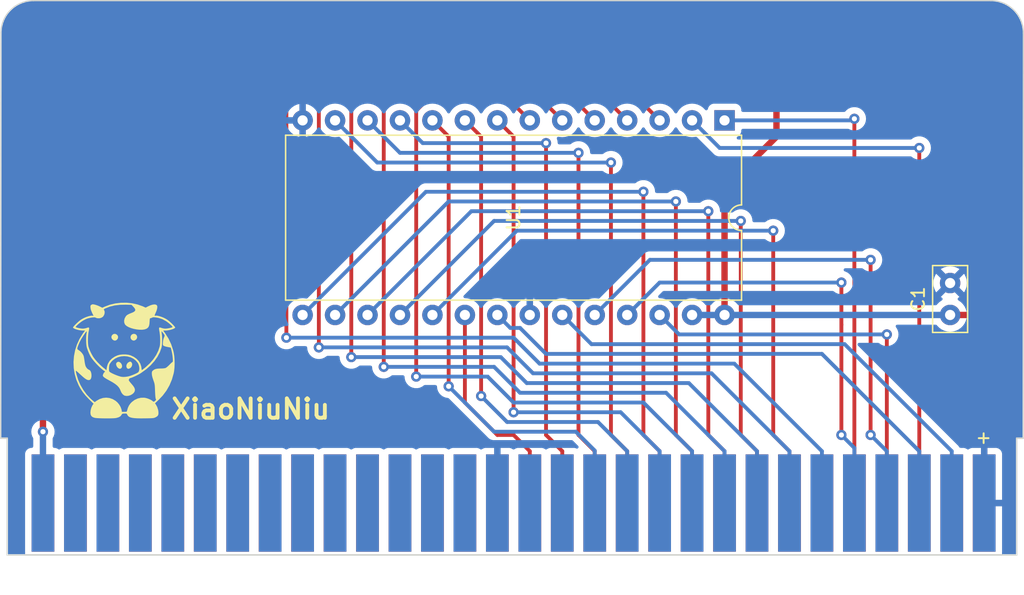
<source format=kicad_pcb>
(kicad_pcb (version 20221018) (generator pcbnew)
  (layers (0 "F.Cu" signal) (31 "B.Cu" signal) (34 "B.Paste" user) (35 "F.Paste" user) (36 "B.SilkS" user "B.Silkscreen") (37 "F.SilkS" user "F.Silkscreen") (38 "B.Mask" user) (39 "F.Mask" user) (44 "Edge.Cuts" user))
  (net 0 "")
  (net 1 "GND")
  (net 2 "+5V")
  (net 3 "/A13")
  (net 4 "/A8")
  (net 5 "/A9")
  (net 6 "/A11")
  (net 7 "/A10")
  (net 8 "/D7")
  (net 9 "/D6")
  (net 10 "/D5")
  (net 11 "/D4")
  (net 12 "/D3")
  (net 13 "/D2")
  (net 14 "/D1")
  (net 15 "/D0")
  (net 16 "/A0")
  (net 17 "/A1")
  (net 18 "/A2")
  (net 19 "/A3")
  (net 20 "/A4")
  (net 21 "/A5")
  (net 22 "/A6")
  (net 23 "/A7")
  (net 24 "/A12")
  (net 25 "/A14")
  (net 26 "/CLOCK")
  (net 27 "/A15")
  (net 28 "/RW")
  (net 29 "/IRQ3B")
  (net 30 "/PORT1CSB")
  (net 31 "/RESET")
  (net 32 "/RAMCSB")
  (net 33 "/DMAB")
  (net 35 "/NMIB")
  (footprint "Capacitor_THT:C_Disc_D5.0mm_W2.5mm_P2.50mm" (layer "F.Cu") (at 145.923 76.962 90)
    (fp_text reference "C1" (at 1.25 -2.5 90) (layer "F.SilkS"))
    (fp_text value "100nF")
    (fp_line (start -1.37 -1.37) (end -1.37 1.37) (stroke (width 0.12)) (layer "F.SilkS"))
    (fp_line (start -1.37 -1.37) (end 3.87 -1.37) (stroke (width 0.12)) (layer "F.SilkS"))
    (fp_line (start -1.37 1.37) (end 3.87 1.37) (stroke (width 0.12)) (layer "F.SilkS"))
    (fp_line (start 3.87 -1.37) (end 3.87 1.37) (stroke (width 0.12)) (layer "F.SilkS"))
    (pad "1" thru_hole circle (at 0 0 90) (size 1.6 1.6) (drill 0.8) (layers "*.Cu" "*.Mask") (net 2 "+5V"))
    (pad "2" thru_hole circle (at 2.5 0 90) (size 1.6 1.6) (drill 0.8) (layers "*.Cu" "*.Mask") (net 1 "GND"))
  )
  (footprint "Cow:VerySmallCow" (layer "F.Cu") (at 81.28 80.518)
    (fp_text reference "XiaoNiuNiu" (at 9.906 3.81) (layer "F.SilkS") (effects (font (size 1.524 1.524) (thickness 0.3))))
    (fp_text value "LOGO" hide)
    (fp_poly (pts (xy 0.860799 -2.06454) (xy 0.94554 -2.009357) (xy 1.002926 -1.926687) (xy 1.024956 -1.827545) (xy 1.003631 -1.722943) (xy 0.94195 -1.634423) (xy 0.835669 -1.562606) (xy 0.723038 -1.548697) (xy 0.612022 -1.59366) (xy 0.611036 -1.594348) (xy 0.533216 -1.681325) (xy 0.501606 -1.788839) (xy 0.515058 -1.899642) (xy 0.572425 -1.996486) (xy 0.641253 -2.048393) (xy 0.756703 -2.081223)) (fill solid) (layer "F.SilkS"))
    (fp_poly (pts (xy -0.651099 -2.063236) (xy -0.563352 -2.013403) (xy -0.498777 -1.936634) (xy -0.468786 -1.840151) (xy -0.484791 -1.731176) (xy -0.498695 -1.70013) (xy -0.578736 -1.597979) (xy -0.678891 -1.549409) (xy -0.788349 -1.55614) (xy -0.8963 -1.619892) (xy -0.911639 -1.634423) (xy -0.9836 -1.740747) (xy -0.996673 -1.852832) (xy -0.950324 -1.964026) (xy -0.939249 -1.978908) (xy -0.850459 -2.05321) (xy -0.750605 -2.078912)) (fill solid) (layer "F.SilkS"))
    (fp_poly (pts (xy -0.387859 0.117826) (xy -0.283719 0.181951) (xy -0.207068 0.276038) (xy -0.163313 0.385063) (xy -0.157858 0.494) (xy -0.196108 0.587825) (xy -0.212172 0.606205) (xy -0.292122 0.658239) (xy -0.37742 0.654366) (xy -0.475737 0.594122) (xy -0.480615 0.590058) (xy -0.558677 0.499444) (xy -0.610844 0.390506) (xy -0.628159 0.285396) (xy -0.621255 0.24215) (xy -0.569263 0.161428) (xy -0.487384 0.115103) (xy -0.39717 0.114656)) (fill solid) (layer "F.SilkS"))
    (fp_poly (pts (xy 0.506748 0.099096) (xy 0.561829 0.137845) (xy 0.575895 0.151551) (xy 0.625855 0.240497) (xy 0.632601 0.34987) (xy 0.600519 0.462558) (xy 0.533994 0.561448) (xy 0.455646 0.620847) (xy 0.361378 0.65965) (xy 0.29364 0.657328) (xy 0.233223 0.612536) (xy 0.226057 0.604802) (xy 0.178888 0.511536) (xy 0.177097 0.400448) (xy 0.215853 0.28768) (xy 0.290323 0.189377) (xy 0.366719 0.134847) (xy 0.44968 0.098733)) (fill solid) (layer "F.SilkS"))
    (fp_poly (pts (xy 0.640521 -4.469991) (xy 1.065821 -4.374767) (xy 1.46632 -4.230513) (xy 1.499899 -4.215538) (xy 1.685681 -4.1313) (xy 1.880967 -4.231898) (xy 2.073661 -4.317766) (xy 2.24576 -4.368126) (xy 2.390864 -4.382513) (xy 2.502572 -4.360463) (xy 2.574483 -4.301512) (xy 2.584615 -4.282916) (xy 2.600786 -4.188609) (xy 2.58625 -4.057241) (xy 2.543915 -3.902196) (xy 2.476689 -3.736861) (xy 2.457532 -3.697841) (xy 2.410841 -3.591207) (xy 2.394498 -3.518599) (xy 2.408713 -3.48615) (xy 2.450674 -3.498081) (xy 2.512031 -3.508174) (xy 2.61536 -3.496189) (xy 2.747628 -3.465524) (xy 2.895797 -3.419576) (xy 3.046834 -3.361743) (xy 3.145174 -3.317045) (xy 3.287158 -3.242592) (xy 3.409309 -3.165238) (xy 3.529583 -3.071952) (xy 3.665937 -2.949703) (xy 3.713491 -2.904642) (xy 3.821002 -2.79794) (xy 3.910217 -2.701926) (xy 3.972784 -2.626147) (xy 4.00035 -2.580151) (xy 4.000955 -2.57608) (xy 3.972801 -2.532061) (xy 3.896239 -2.485091) (xy 3.78312 -2.43884) (xy 3.645292 -2.396981) (xy 3.494605 -2.363185) (xy 3.342909 -2.341124) (xy 3.220818 -2.334339) (xy 3.062042 -2.333891) (xy 3.225779 -2.105688) (xy 3.483063 -1.695315) (xy 3.688207 -1.25412) (xy 3.841045 -0.782487) (xy 3.884779 -0.598133) (xy 3.926378 -0.337788) (xy 3.949765 -0.042295) (xy 3.954985 0.26834) (xy 3.94208 0.574109) (xy 3.911095 0.855005) (xy 3.881284 1.014754) (xy 3.742653 1.499902) (xy 3.553764 1.951433) (xy 3.313737 2.370894) (xy 3.021694 2.759835) (xy 2.695196 3.102539) (xy 2.419204 3.362347) (xy 2.482218 3.450842) (xy 2.590636 3.647133) (xy 2.662606 3.871512) (xy 2.686386 4.031265) (xy 2.688564 4.181386) (xy 2.66399 4.289136) (xy 2.604928 4.369708) (xy 2.503643 4.43829) (xy 2.470287 4.455608) (xy 2.41965 4.479803) (xy 2.371045 4.498366) (xy 2.315582 4.512185) (xy 2.244369 4.52215) (xy 2.148517 4.52915) (xy 2.019135 4.534074) (xy 1.847333 4.537812) (xy 1.62422 4.541253) (xy 1.612371 4.541422) (xy 1.291201 4.54326) (xy 1.024809 4.538033) (xy 0.807637 4.524568) (xy 0.63413 4.501691) (xy 0.49873 4.468229) (xy 0.395882 4.423007) (xy 0.32003 4.364853) (xy 0.265616 4.292593) (xy 0.245566 4.252745) (xy 0.218526 4.199335) (xy 0.186172 4.171469) (xy 0.130496 4.161858) (xy 0.033489 4.163209) (xy 0.025144 4.16351) (xy -0.075977 4.169436) (xy -0.135502 4.184041) (xy -0.172452 4.21652) (xy -0.205267 4.2749) (xy -0.283866 4.374984) (xy -0.410121 4.451309) (xy -0.588642 4.506465) (xy -0.634711 4.515887) (xy -0.733008 4.527718) (xy -0.877971 4.536343) (xy -1.057772 4.541866) (xy -1.260586 4.544388) (xy -1.474586 4.544014) (xy -1.687946 4.540847) (xy -1.88884 4.53499) (xy -2.065442 4.526546) (xy -2.205926 4.515619) (xy -2.298465 4.502312) (xy -2.302736 4.501319) (xy -2.457804 4.445923) (xy -2.561407 4.363333) (xy -2.619239 4.246556) (xy -2.636993 4.09065) (xy -2.618351 3.905338) (xy -2.567732 3.71489) (xy -2.493097 3.545843) (xy -2.455815 3.48664) (xy -2.390842 3.395394) (xy -2.751298 3.038926) (xy -3.011438 2.764524) (xy -3.22711 2.496993) (xy -3.41005 2.220491) (xy -3.554357 1.955012) (xy -3.738921 1.517467) (xy -3.867477 1.063828) (xy -3.901714 0.846474) (xy -3.777637 0.846474) (xy -3.770639 0.897543) (xy -3.751399 0.987469) (xy -3.723465 1.106324) (xy -3.596652 1.519024) (xy -3.417689 1.924224) (xy -3.193296 2.311026) (xy -2.930193 2.668531) (xy -2.635101 2.985842) (xy -2.478379 3.125419) (xy -2.301956 3.27224) (xy -2.151013 3.163799) (xy -1.911008 3.026225) (xy -1.657838 2.944874) (xy -1.399064 2.919141) (xy -1.142247 2.948425) (xy -0.894949 3.03212) (xy -0.66473 3.169623) (xy -0.521428 3.293918) (xy -0.384066 3.458847) (xy -0.275363 3.644615) (xy -0.205762 3.831751) (xy -0.189867 3.912069) (xy -0.17388 4.031265) (xy 0.018569 4.031265) (xy 0.12344 4.029727) (xy 0.182971 4.021091) (xy 0.212432 3.999321) (xy 0.227093 3.958381) (xy 0.229472 3.947911) (xy 0.295195 3.717228) (xy 0.385169 3.527306) (xy 0.509382 3.359987) (xy 0.608168 3.25945) (xy 0.817949 3.101541) (xy 1.054248 2.990544) (xy 1.305349 2.930044) (xy 1.559539 2.923623) (xy 1.661169 2.937314) (xy 1.794713 2.971118) (xy 1.937127 3.021935) (xy 2.07106 3.082045) (xy 2.179161 3.14373) (xy 2.240907 3.195259) (xy 2.289858 3.235277) (xy 2.344128 3.231048) (xy 2.417833 3.180491) (xy 2.433662 3.166832) (xy 2.487493 3.112929) (xy 2.499631 3.07165) (xy 2.479609 3.023816) (xy 2.462297 2.961798) (xy 2.446905 2.842239) (xy 2.43372 2.668197) (xy 2.423032 2.442731) (xy 2.421835 2.409665) (xy 2.414571 2.213562) (xy 2.407098 2.064751) (xy 2.397344 1.949933) (xy 2.383238 1.85581) (xy 2.362707 1.769082) (xy 2.333681 1.67645) (xy 2.294087 1.564614) (xy 2.287277 1.545823) (xy 2.220761 1.344782) (xy 2.182478 1.183351) (xy 2.169503 1.050859) (xy 2.171345 0.946865) (xy 2.185773 0.880443) (xy 2.221008 0.828705) (xy 2.264077 0.787515) (xy 2.35554 0.721126) (xy 2.463581 0.676115) (xy 2.600754 0.649371) (xy 2.779618 0.637783) (xy 2.872871 0.636684) (xy 3.037209 0.631227) (xy 3.169426 0.61614) (xy 3.251749 0.594504) (xy 3.31534 0.554289) (xy 3.404674 0.481425) (xy 3.505015 0.388387) (xy 3.555992 0.336867) (xy 3.647151 0.245041) (xy 3.724951 0.172673) (xy 3.778767 0.129335) (xy 3.795383 0.121241) (xy 3.811423 0.093306) (xy 3.817274 0.016942) (xy 3.813867 -0.096686) (xy 3.802138 -0.236416) (xy 3.783018 -0.391085) (xy 3.757442 -0.54953) (xy 3.726848 -0.698419) (xy 3.697431 -0.821949) (xy 3.672533 -0.921112) (xy 3.655575 -0.98256) (xy 3.65062 -0.99579) (xy 3.618351 -1.005679) (xy 3.541471 -1.022218) (xy 3.435182 -1.042197) (xy 3.409835 -1.046653) (xy 3.286768 -1.072824) (xy 3.178106 -1.104342) (xy 3.105582 -1.134806) (xy 3.101097 -1.137586) (xy 3.062043 -1.166819) (xy 3.040066 -1.200985) (xy 3.031662 -1.255633) (xy 3.03333 -1.346312) (xy 3.037447 -1.420137) (xy 3.061436 -1.613925) (xy 3.108887 -1.762794) (xy 3.119051 -1.783667) (xy 3.155313 -1.870803) (xy 3.170387 -1.942303) (xy 3.167902 -1.964694) (xy 3.139823 -2.016145) (xy 3.090966 -2.088838) (xy 3.033734 -2.166242) (xy 2.980533 -2.231825) (xy 2.943768 -2.269057) (xy 2.937045 -2.272333) (xy 2.931328 -2.245973) (xy 2.935979 -2.177157) (xy 2.944754 -2.114141) (xy 2.964609 -1.944062) (xy 2.975342 -1.746114) (xy 2.977211 -1.537366) (xy 2.970473 -1.334888) (xy 2.955387 -1.155747) (xy 2.932211 -1.017012) (xy 2.927916 -1.000239) (xy 2.797639 -0.63526) (xy 2.610335 -0.279726) (xy 2.369358 0.062337) (xy 2.078059 0.386901) (xy 1.73979 0.689936) (xy 1.357903 0.967415) (xy 1.216022 1.056861) (xy 1.097494 1.123905) (xy 0.959499 1.19433) (xy 0.815367 1.262212) (xy 0.678431 1.321627) (xy 0.562022 1.36665) (xy 0.479472 1.391359) (xy 0.456698 1.394272) (xy 0.418931 1.419566) (xy 0.38309 1.478236) (xy 0.364177 1.544465) (xy 0.363723 1.554288) (xy 0.382893 1.594008) (xy 0.434481 1.666239) (xy 0.509604 1.759116) (xy 0.563775 1.821496) (xy 0.692211 1.974072) (xy 0.77868 2.098964) (xy 0.828759 2.206095) (xy 0.848028 2.305391) (xy 0.848688 2.328434) (xy 0.820427 2.449155) (xy 0.743571 2.560023) (xy 0.630011 2.655229) (xy 0.491638 2.728961) (xy 0.340343 2.775409) (xy 0.188017 2.788764) (xy 0.04655 2.763213) (xy 0.000062 2.74311) (xy -0.105372 2.661705) (xy -0.199659 2.540649) (xy -0.266845 2.400722) (xy -0.269859 2.391578) (xy -0.333221 2.239178) (xy -0.424658 2.099464) (xy -0.550372 1.966772) (xy -0.716566 1.835436) (xy -0.92944 1.699794) (xy -1.175612 1.564363) (xy -1.378718 1.452641) (xy -1.526322 1.357999) (xy -1.620585 1.278801) (xy -1.663665 1.213413) (xy -1.667064 1.192148) (xy -1.650601 1.113179) (xy -1.610249 1.021385) (xy -1.559569 0.943644) (xy -1.525931 0.912403) (xy -1.487169 0.883907) (xy -1.50098 0.861118) (xy -1.523706 0.846837) (xy -1.662638 0.749447) (xy -1.824872 0.612843) (xy -1.999653 0.447961) (xy -2.176224 0.265732) (xy -2.343828 0.077093) (xy -2.491707 -0.107022) (xy -2.571804 -0.218571) (xy -2.656771 -0.362922) (xy -2.745068 -0.544764) (xy -2.827421 -0.742293) (xy -2.894553 -0.933705) (xy -2.928826 -1.057925) (xy -2.950225 -1.191943) (xy -2.964519 -1.366993) (xy -2.971447 -1.563875) (xy -2.970747 -1.763388) (xy -2.962159 -1.946331) (xy -2.94542 -2.093504) (xy -2.943094 -2.106558) (xy -2.927626 -2.197426) (xy -2.923884 -2.252804) (xy -2.935471 -2.270087) (xy -2.965994 -2.24667) (xy -3.019058 -2.179948) (xy -3.098268 -2.067317) (xy -3.194784 -1.924702) (xy -3.353865 -1.672188) (xy -3.480111 -1.433327) (xy -3.586915 -1.182557) (xy -3.595572 -1.15975) (xy -3.641461 -1.029664) (xy -3.661126 -0.941696) (xy -3.653199 -0.882668) (xy -3.616312 -0.839406) (xy -3.558582 -0.803794) (xy -3.439635 -0.719808) (xy -3.324589 -0.604753) (xy -3.228761 -0.476912) (xy -3.167473 -0.354569) (xy -3.159453 -0.327438) (xy -3.140647 -0.235789) (xy -3.118888 -0.107599) (xy -3.098115 0.033446) (xy -3.092902 0.072864) (xy -3.071785 0.209534) (xy -3.045997 0.336422) (xy -3.020156 0.431706) (xy -3.01272 0.451742) (xy -2.94392 0.573595) (xy -2.854427 0.673167) (xy -2.759771 0.734105) (xy -2.737796 0.741218) (xy -2.663866 0.788463) (xy -2.607527 0.879228) (xy -2.569769 0.999097) (xy -2.551584 1.133656) (xy -2.553961 1.268488) (xy -2.577892 1.38918) (xy -2.624364 1.481317) (xy -2.683816 1.526995) (xy -2.764525 1.54483) (xy -2.851231 1.534631) (xy -2.950398 1.492788) (xy -3.068491 1.415688) (xy -3.211974 1.29972) (xy -3.387313 1.141273) (xy -3.406534 1.123249) (xy -3.522995 1.015546) (xy -3.625052 0.924544) (xy -3.70415 0.857615) (xy -3.751732 0.822131) (xy -3.760355 0.818377) (xy -3.773755 0.823629) (xy -3.777637 0.846474) (xy -3.901714 0.846474) (xy -3.940565 0.599841) (xy -3.958726 0.131253) (xy -3.922502 -0.336189) (xy -3.832432 -0.796738) (xy -3.689058 -1.244648) (xy -3.492922 -1.674172) (xy -3.244562 -2.079564) (xy -3.164265 -2.189917) (xy -3.055528 -2.333891) (xy -3.217561 -2.334339) (xy -3.361752 -2.343352) (xy -3.514821 -2.367214) (xy -3.664969 -2.402283) (xy -3.800396 -2.444918) (xy -3.909304 -2.491478) (xy -3.979893 -2.538322) (xy -4.000954 -2.57608) (xy -3.980697 -2.614859) (xy -3.788783 -2.614859) (xy -3.761119 -2.590686) (xy -3.687981 -2.563191) (xy -3.584147 -2.535716) (xy -3.464397 -2.511599) (xy -3.343509 -2.494182) (xy -3.236262 -2.486805) (xy -3.222059 -2.486772) (xy -3.1027 -2.497491) (xy -2.983991 -2.522571) (xy -2.95525 -2.531781) (xy -2.85014 -2.566782) (xy -2.780962 -2.577448) (xy -2.743431 -2.556844) (xy -2.733263 -2.498033) (xy -2.746172 -2.394079) (xy -2.776814 -2.24296) (xy -2.802168 -2.084319) (xy -2.819416 -1.892808) (xy -2.828326 -1.68554) (xy -2.828663 -1.479627) (xy -2.820193 -1.29218) (xy -2.802684 -1.140312) (xy -2.792557 -1.09117) (xy -2.739663 -0.924922) (xy -2.659704 -0.730737) (xy -2.562233 -0.528986) (xy -2.456806 -0.340042) (xy -2.394596 -0.242608) (xy -2.256348 -0.059827) (xy -2.082 0.138839) (xy -1.886923 0.337247) (xy -1.686484 0.519253) (xy -1.606444 0.585289) (xy -1.379117 0.766747) (xy -1.365025 0.655245) (xy -1.182214 0.655245) (xy -1.178867 0.774027) (xy -1.164838 0.858066) (xy -1.163088 0.862964) (xy -1.122852 0.905784) (xy -1.036151 0.961888) (xy -0.914295 1.026202) (xy -0.768593 1.093655) (xy -0.610354 1.159171) (xy -0.450887 1.217679) (xy -0.301502 1.264104) (xy -0.227327 1.282741) (xy -0.074762 1.298944) (xy 0.110649 1.290823) (xy 0.306851 1.259754) (xy 0.366452 1.245669) (xy 0.501018 1.205015) (xy 0.654467 1.149188) (xy 0.809934 1.085335) (xy 0.950551 1.0206) (xy 1.059453 0.962132) (xy 1.100413 0.934701) (xy 1.156272 0.856684) (xy 1.185837 0.739316) (xy 1.189729 0.597562) (xy 1.168566 0.446389) (xy 1.122969 0.300763) (xy 1.069948 0.199281) (xy 0.912798 0.011086) (xy 0.718996 -0.136581) (xy 0.497524 -0.243093) (xy 0.257367 -0.307821) (xy 0.00751 -0.330138) (xy -0.243065 -0.309418) (xy -0.485371 -0.245032) (xy -0.710427 -0.136353) (xy -0.909246 0.017247) (xy -0.94961 0.058237) (xy -1.031265 0.153967) (xy -1.100353 0.249824) (xy -1.138449 0.317925) (xy -1.160977 0.404446) (xy -1.175908 0.524469) (xy -1.182214 0.655245) (xy -1.365025 0.655245) (xy -1.357049 0.592145) (xy -1.329759 0.457999) (xy -1.285609 0.316161) (xy -1.261257 0.256505) (xy -1.127964 0.034933) (xy -0.94685 -0.151002) (xy -0.716852 -0.302211) (xy -0.497697 -0.398513) (xy -0.319633 -0.443247) (xy -0.107943 -0.465441) (xy 0.114724 -0.465095) (xy 0.325718 -0.442209) (xy 0.497697 -0.398513) (xy 0.757392 -0.2785) (xy 0.976093 -0.124794) (xy 1.149617 0.05786) (xy 1.273786 0.264719) (xy 1.344417 0.491038) (xy 1.355827 0.575195) (xy 1.367719 0.671252) (xy 1.381988 0.737384) (xy 1.393501 0.757756) (xy 1.423599 0.7394) (xy 1.490226 0.689351) (xy 1.58369 0.615144) (xy 1.694298 0.52431) (xy 1.700121 0.519453) (xy 2.019453 0.222667) (xy 2.291427 -0.093618) (xy 2.51274 -0.424454) (xy 2.680087 -0.764892) (xy 2.790165 -1.109984) (xy 2.791271 -1.11477) (xy 2.809315 -1.238959) (xy 2.819035 -1.406483) (xy 2.820692 -1.600665) (xy 2.814552 -1.804831) (xy 2.800878 -2.002305) (xy 2.779935 -2.176412) (xy 2.773895 -2.21265) (xy 2.746203 -2.375206) (xy 2.733919 -2.485347) (xy 2.741095 -2.550205) (xy 2.771785 -2.576913) (xy 2.830042 -2.572602) (xy 2.919919 -2.544407) (xy 2.955251 -2.531781) (xy 3.064748 -2.503894) (xy 3.188751 -2.488029) (xy 3.22206 -2.486772) (xy 3.325933 -2.492328) (xy 3.445698 -2.508432) (xy 3.566576 -2.531744) (xy 3.673787 -2.558924) (xy 3.752552 -2.586631) (xy 3.788093 -2.611526) (xy 3.788783 -2.614859) (xy 3.7659 -2.657183) (xy 3.704165 -2.7256) (xy 3.613953 -2.810822) (xy 3.505637 -2.903561) (xy 3.389591 -2.994529) (xy 3.276189 -3.074439) (xy 3.273509 -3.076194) (xy 2.99458 -3.227227) (xy 2.698805 -3.324093) (xy 2.485442 -3.361018) (xy 2.355667 -3.373299) (xy 2.269407 -3.372151) (xy 2.210885 -3.356768) (xy 2.190983 -3.345995) (xy 2.116807 -3.313105) (xy 2.06578 -3.303819) (xy 2.038186 -3.298085) (xy 2.019947 -3.273405) (xy 2.008258 -3.218559) (xy 2.000316 -3.122328) (xy 1.995389 -3.02214) (xy 1.979431 -2.834443) (xy 1.946918 -2.694896) (xy 1.8926 -2.592094) (xy 1.81123 -2.514629) (xy 1.74284 -2.473243) (xy 1.596854 -2.422633) (xy 1.414145 -2.398967) (xy 1.206417 -2.39985) (xy 0.985373 -2.422889) (xy 0.762716 -2.46569) (xy 0.550149 -2.52586) (xy 0.359375 -2.601006) (xy 0.202097 -2.688732) (xy 0.090018 -2.786646) (xy 0.068198 -2.81576) (xy 0.01017 -2.955414) (xy 0.001158 -3.11366) (xy 0.038732 -3.27703) (xy 0.120459 -3.432056) (xy 0.195635 -3.521498) (xy 0.263516 -3.571076) (xy 0.368144 -3.627412) (xy 0.488371 -3.679283) (xy 0.503787 -3.68502) (xy 0.680577 -3.756698) (xy 0.799837 -3.82483) (xy 0.863986 -3.894854) (xy 0.875445 -3.972208) (xy 0.836634 -4.062329) (xy 0.749974 -4.170657) (xy 0.729597 -4.192387) (xy 0.580197 -4.349002) (xy 0.123173 -4.360149) (xy -0.331296 -4.351374) (xy -0.743844 -4.301419) (xy -1.117565 -4.209704) (xy -1.455557 -4.075647) (xy -1.493729 -4.056755) (xy -1.564071 -4.018164) (xy -1.588444 -3.989013) (xy -1.575778 -3.953032) (xy -1.561927 -3.93249) (xy -1.521446 -3.826231) (xy -1.522087 -3.697551) (xy -1.560072 -3.56476) (xy -1.631625 -3.446169) (xy -1.670736 -3.405038) (xy -1.789189 -3.333137) (xy -1.935637 -3.295758) (xy -2.084555 -3.29895) (xy -2.102691 -3.302643) (xy -2.184732 -3.326314) (xy -2.240548 -3.351329) (xy -2.247186 -3.356542) (xy -2.294138 -3.369266) (xy -2.384898 -3.368547) (xy -2.504655 -3.356379) (xy -2.638596 -3.334755) (xy -2.771906 -3.30567) (xy -2.889773 -3.271116) (xy -2.89463 -3.26941) (xy -3.015973 -3.218007) (xy -3.154925 -3.146817) (xy -3.273508 -3.076194) (xy -3.386714 -2.996675) (xy -3.50282 -2.905868) (xy -3.611451 -2.813061) (xy -3.702236 -2.727542) (xy -3.764799 -2.658598) (xy -3.788768 -2.615517) (xy -3.788783 -2.614859) (xy -3.980697 -2.614859) (xy -3.979979 -2.616233) (xy -3.922621 -2.687748) (xy -3.837234 -2.781077) (xy -3.732171 -2.886671) (xy -3.713491 -2.904642) (xy -3.568654 -3.038322) (xy -3.445377 -3.139064) (xy -3.325703 -3.219898) (xy -3.191674 -3.293855) (xy -3.145174 -3.317045) (xy -2.976629 -3.390774) (xy -2.808436 -3.448749) (xy -2.653694 -3.4877) (xy -2.5255 -3.504356) (xy -2.436953 -3.495444) (xy -2.434495 -3.494538) (xy -2.400193 -3.491447) (xy -2.399313 -3.503583) (xy -2.418123 -3.542492) (xy -2.456026 -3.62042) (xy -2.505505 -3.721918) (xy -2.515687 -3.742784) (xy -2.602 -3.9642) (xy -2.63142 -4.126293) (xy -2.636126 -4.226041) (xy -2.627861 -4.285256) (xy -2.600523 -4.323634) (xy -2.561443 -4.352162) (xy -2.506127 -4.381998) (xy -2.448976 -4.391506) (xy -2.367554 -4.382326) (xy -2.307954 -4.370664) (xy -2.192604 -4.338359) (xy -2.05402 -4.287644) (xy -1.92202 -4.229443) (xy -1.920877 -4.228881) (xy -1.704881 -4.122594) (xy -1.509499 -4.211185) (xy -1.109548 -4.360889) (xy -0.684614 -4.461635) (xy -0.244654 -4.513411) (xy 0.200377 -4.516201)) (fill solid) (layer "F.SilkS"))
  )
  (footprint "Connector_NES:NES_PCBEdge" (layer "F.Cu") (at 110.49 91.694)
    (fp_text reference "J2")
    (fp_text value "PORT1" hide)
    (fp_line (start -38.862 -5.08) (end -38.354 -5.08) (stroke (width 0.12)) (layer "Edge.Cuts"))
    (fp_line (start -38.354 -5.08) (end -38.354 4.064) (stroke (width 0.12)) (layer "Edge.Cuts"))
    (fp_line (start 40.64 -5.08) (end 41.148 -5.08) (stroke (width 0.12)) (layer "Edge.Cuts"))
    (fp_line (start 40.64 4.064) (end -38.354 4.064) (stroke (width 0.12)) (layer "Edge.Cuts"))
    (fp_line (start 40.64 4.064) (end 40.64 -5.08) (stroke (width 0.12)) (layer "Edge.Cuts"))
    (pad "1" connect rect (at 38.1 0) (size 1.78 7.62) (layers "B.Cu" "B.Mask") (net 1 "GND"))
    (pad "2" connect rect (at 38.1 0) (size 1.78 7.62) (layers "F.Cu" "F.Mask") (net 2 "+5V"))
    (pad "3" connect rect (at 35.56 0) (size 1.78 7.62) (layers "B.Cu" "B.Mask") (net 6 "/A11"))
    (pad "4" connect rect (at 35.56 0) (size 1.78 7.62) (layers "F.Cu" "F.Mask") (net 26 "/CLOCK"))
    (pad "5" connect rect (at 33.02 0) (size 1.78 7.62) (layers "B.Cu" "B.Mask") (net 7 "/A10"))
    (pad "6" connect rect (at 33.02 0) (size 1.78 7.62) (layers "F.Cu" "F.Mask") (net 24 "/A12"))
    (pad "7" connect rect (at 30.48 0) (size 1.78 7.62) (layers "B.Cu" "B.Mask") (net 5 "/A9"))
    (pad "8" connect rect (at 30.48 0) (size 1.78 7.62) (layers "F.Cu" "F.Mask") (net 3 "/A13"))
    (pad "9" connect rect (at 27.94 0) (size 1.78 7.62) (layers "B.Cu" "B.Mask") (net 4 "/A8"))
    (pad "10" connect rect (at 27.94 0) (size 1.78 7.62) (layers "F.Cu" "F.Mask") (net 25 "/A14"))
    (pad "11" connect rect (at 25.4 0) (size 1.78 7.62) (layers "B.Cu" "B.Mask") (net 23 "/A7"))
    (pad "12" connect rect (at 25.4 0) (size 1.78 7.62) (layers "F.Cu" "F.Mask") (net 27 "/A15"))
    (pad "13" connect rect (at 22.86 0) (size 1.78 7.62) (layers "B.Cu" "B.Mask") (net 22 "/A6"))
    (pad "14" connect rect (at 22.86 0) (size 1.78 7.62) (layers "F.Cu" "F.Mask") (net 8 "/D7"))
    (pad "15" connect rect (at 20.32 0) (size 1.78 7.62) (layers "B.Cu" "B.Mask") (net 21 "/A5"))
    (pad "16" connect rect (at 20.32 0) (size 1.78 7.62) (layers "F.Cu" "F.Mask") (net 9 "/D6"))
    (pad "17" connect rect (at 17.78 0) (size 1.78 7.62) (layers "B.Cu" "B.Mask") (net 20 "/A4"))
    (pad "18" connect rect (at 17.78 0) (size 1.78 7.62) (layers "F.Cu" "F.Mask") (net 10 "/D5"))
    (pad "19" connect rect (at 15.24 0) (size 1.78 7.62) (layers "B.Cu" "B.Mask") (net 19 "/A3"))
    (pad "20" connect rect (at 15.24 0) (size 1.78 7.62) (layers "F.Cu" "F.Mask") (net 11 "/D4"))
    (pad "21" connect rect (at 12.7 0) (size 1.78 7.62) (layers "B.Cu" "B.Mask") (net 18 "/A2"))
    (pad "22" connect rect (at 12.7 0) (size 1.78 7.62) (layers "F.Cu" "F.Mask") (net 12 "/D3"))
    (pad "23" connect rect (at 10.16 0) (size 1.78 7.62) (layers "B.Cu" "B.Mask") (net 17 "/A1"))
    (pad "24" connect rect (at 10.16 0) (size 1.78 7.62) (layers "F.Cu" "F.Mask") (net 13 "/D2"))
    (pad "25" connect rect (at 7.62 0) (size 1.78 7.62) (layers "B.Cu" "B.Mask") (net 16 "/A0"))
    (pad "26" connect rect (at 7.62 0) (size 1.78 7.62) (layers "F.Cu" "F.Mask") (net 14 "/D1"))
    (pad "27" connect rect (at 5.08 0) (size 1.78 7.62) (layers "B.Cu" "B.Mask") (net 28 "/RW"))
    (pad "28" connect rect (at 5.08 0) (size 1.78 7.62) (layers "F.Cu" "F.Mask") (net 15 "/D0"))
    (pad "29" connect rect (at 2.54 0) (size 1.78 7.62) (layers "B.Cu" "B.Mask") (net 29 "/IRQ3B"))
    (pad "30" connect rect (at 2.54 0) (size 1.78 7.62) (layers "F.Cu" "F.Mask") (net 30 "/PORT1CSB"))
    (pad "31" connect rect (at 0 0) (size 1.78 7.62) (layers "B.Cu" "B.Mask") (net 1 "GND"))
    (pad "32" connect rect (at 0 0) (size 1.78 7.62) (layers "F.Cu" "F.Mask") (net 31 "/RESET"))
    (pad "33" connect rect (at -2.54 0) (size 1.78 7.62) (layers "B.Cu" "B.Mask") (net 32 "/RAMCSB"))
    (pad "34" connect rect (at -2.54 0) (size 1.78 7.62) (layers "F.Cu" "F.Mask") (net 33 "/DMAB"))
    (pad "35" connect rect (at -5.08 0) (size 1.78 7.62) (layers "B.Cu" "B.Mask"))
    (pad "36" connect rect (at -5.08 0) (size 1.78 7.62) (layers "F.Cu" "F.Mask") (net 35 "/NMIB"))
    (pad "37" connect rect (at -7.62 0) (size 1.78 7.62) (layers "B.Cu" "B.Mask"))
    (pad "38" connect rect (at -7.62 0) (size 1.78 7.62) (layers "F.Cu" "F.Mask"))
    (pad "39" connect rect (at -10.16 0) (size 1.78 7.62) (layers "B.Cu" "B.Mask"))
    (pad "40" connect rect (at -10.16 0) (size 1.78 7.62) (layers "F.Cu" "F.Mask"))
    (pad "41" connect rect (at -12.7 0) (size 1.78 7.62) (layers "B.Cu" "B.Mask"))
    (pad "42" connect rect (at -12.7 0) (size 1.78 7.62) (layers "F.Cu" "F.Mask"))
    (pad "43" connect rect (at -15.24 0) (size 1.78 7.62) (layers "B.Cu" "B.Mask"))
    (pad "44" connect rect (at -15.24 0) (size 1.78 7.62) (layers "F.Cu" "F.Mask"))
    (pad "45" connect rect (at -17.78 0) (size 1.78 7.62) (layers "B.Cu" "B.Mask"))
    (pad "46" connect rect (at -17.78 0) (size 1.78 7.62) (layers "F.Cu" "F.Mask"))
    (pad "47" connect rect (at -20.32 0) (size 1.78 7.62) (layers "B.Cu" "B.Mask"))
    (pad "48" connect rect (at -20.32 0) (size 1.78 7.62) (layers "F.Cu" "F.Mask"))
    (pad "49" connect rect (at -22.86 0) (size 1.78 7.62) (layers "B.Cu" "B.Mask"))
    (pad "50" connect rect (at -22.86 0) (size 1.78 7.62) (layers "F.Cu" "F.Mask"))
    (pad "51" connect rect (at -25.4 0) (size 1.78 7.62) (layers "B.Cu" "B.Mask"))
    (pad "52" connect rect (at -25.4 0) (size 1.78 7.62) (layers "F.Cu" "F.Mask"))
    (pad "53" connect rect (at -27.94 0) (size 1.78 7.62) (layers "B.Cu" "B.Mask"))
    (pad "54" connect rect (at -27.94 0) (size 1.78 7.62) (layers "F.Cu" "F.Mask"))
    (pad "55" connect rect (at -30.48 0) (size 1.78 7.62) (layers "B.Cu" "B.Mask"))
    (pad "56" connect rect (at -30.48 0) (size 1.78 7.62) (layers "F.Cu" "F.Mask"))
    (pad "57" connect rect (at -33.02 0) (size 1.78 7.62) (layers "B.Cu" "B.Mask"))
    (pad "58" connect rect (at -33.02 0) (size 1.78 7.62) (layers "F.Cu" "F.Mask"))
    (pad "59" connect rect (at -35.56 0) (size 1.78 7.62) (layers "B.Cu" "B.Mask") (net 2 "+5V"))
    (pad "60" connect rect (at -35.56 0) (size 1.78 7.62) (layers "F.Cu" "F.Mask"))
  )
  (footprint "Package_DIP:DIP-28_W15.24mm" (layer "F.Cu") (at 128.27 61.722 -90)
    (fp_text reference "U1" (at 7.62 16.51 -90) (layer "F.SilkS"))
    (fp_text value "28C256")
    (fp_line (start 1.16 -1.33) (end 1.16 34.35) (stroke (width 0.12)) (layer "F.SilkS"))
    (fp_line (start 1.16 34.35) (end 14.08 34.35) (stroke (width 0.12)) (layer "F.SilkS"))
    (fp_line (start 6.62 -1.33) (end 1.16 -1.33) (stroke (width 0.12)) (layer "F.SilkS"))
    (fp_line (start 14.08 -1.33) (end 8.62 -1.33) (stroke (width 0.12)) (layer "F.SilkS"))
    (fp_line (start 14.08 34.35) (end 14.08 -1.33) (stroke (width 0.12)) (layer "F.SilkS"))
    (fp_arc (start 8.62 -1.33) (mid 7.62 -0.33) (end 6.62 -1.33) (stroke (width 0.12)) (layer "F.SilkS"))
    (pad "1" thru_hole rect (at 0 0 270) (size 1.6 1.6) (drill 0.8) (layers "*.Cu" "*.Mask") (net 25 "/A14"))
    (pad "2" thru_hole oval (at 0 2.54 270) (size 1.6 1.6) (drill 0.8) (layers "*.Cu" "*.Mask") (net 24 "/A12"))
    (pad "3" thru_hole oval (at 0 5.08 270) (size 1.6 1.6) (drill 0.8) (layers "*.Cu" "*.Mask") (net 23 "/A7"))
    (pad "4" thru_hole oval (at 0 7.62 270) (size 1.6 1.6) (drill 0.8) (layers "*.Cu" "*.Mask") (net 22 "/A6"))
    (pad "5" thru_hole oval (at 0 10.16 270) (size 1.6 1.6) (drill 0.8) (layers "*.Cu" "*.Mask") (net 21 "/A5"))
    (pad "6" thru_hole oval (at 0 12.7 270) (size 1.6 1.6) (drill 0.8) (layers "*.Cu" "*.Mask") (net 20 "/A4"))
    (pad "7" thru_hole oval (at 0 15.24 270) (size 1.6 1.6) (drill 0.8) (layers "*.Cu" "*.Mask") (net 19 "/A3"))
    (pad "8" thru_hole oval (at 0 17.78 270) (size 1.6 1.6) (drill 0.8) (layers "*.Cu" "*.Mask") (net 18 "/A2"))
    (pad "9" thru_hole oval (at 0 20.32 270) (size 1.6 1.6) (drill 0.8) (layers "*.Cu" "*.Mask") (net 17 "/A1"))
    (pad "10" thru_hole oval (at 0 22.86 270) (size 1.6 1.6) (drill 0.8) (layers "*.Cu" "*.Mask") (net 16 "/A0"))
    (pad "11" thru_hole oval (at 0 25.4 270) (size 1.6 1.6) (drill 0.8) (layers "*.Cu" "*.Mask") (net 15 "/D0"))
    (pad "12" thru_hole oval (at 0 27.94 270) (size 1.6 1.6) (drill 0.8) (layers "*.Cu" "*.Mask") (net 14 "/D1"))
    (pad "13" thru_hole oval (at 0 30.48 270) (size 1.6 1.6) (drill 0.8) (layers "*.Cu" "*.Mask") (net 13 "/D2"))
    (pad "14" thru_hole oval (at 0 33.02 270) (size 1.6 1.6) (drill 0.8) (layers "*.Cu" "*.Mask") (net 1 "GND"))
    (pad "15" thru_hole oval (at 15.24 33.02 270) (size 1.6 1.6) (drill 0.8) (layers "*.Cu" "*.Mask") (net 12 "/D3"))
    (pad "16" thru_hole oval (at 15.24 30.48 270) (size 1.6 1.6) (drill 0.8) (layers "*.Cu" "*.Mask") (net 11 "/D4"))
    (pad "17" thru_hole oval (at 15.24 27.94 270) (size 1.6 1.6) (drill 0.8) (layers "*.Cu" "*.Mask") (net 10 "/D5"))
    (pad "18" thru_hole oval (at 15.24 25.4 270) (size 1.6 1.6) (drill 0.8) (layers "*.Cu" "*.Mask") (net 9 "/D6"))
    (pad "19" thru_hole oval (at 15.24 22.86 270) (size 1.6 1.6) (drill 0.8) (layers "*.Cu" "*.Mask") (net 8 "/D7"))
    (pad "20" thru_hole oval (at 15.24 20.32 270) (size 1.6 1.6) (drill 0.8) (layers "*.Cu" "*.Mask") (net 30 "/PORT1CSB"))
    (pad "21" thru_hole oval (at 15.24 17.78 270) (size 1.6 1.6) (drill 0.8) (layers "*.Cu" "*.Mask") (net 7 "/A10"))
    (pad "22" thru_hole oval (at 15.24 15.24 270) (size 1.6 1.6) (drill 0.8) (layers "*.Cu" "*.Mask") (net 1 "GND"))
    (pad "23" thru_hole oval (at 15.24 12.7 270) (size 1.6 1.6) (drill 0.8) (layers "*.Cu" "*.Mask") (net 6 "/A11"))
    (pad "24" thru_hole oval (at 15.24 10.16 270) (size 1.6 1.6) (drill 0.8) (layers "*.Cu" "*.Mask") (net 5 "/A9"))
    (pad "25" thru_hole oval (at 15.24 7.62 270) (size 1.6 1.6) (drill 0.8) (layers "*.Cu" "*.Mask") (net 4 "/A8"))
    (pad "26" thru_hole oval (at 15.24 5.08 270) (size 1.6 1.6) (drill 0.8) (layers "*.Cu" "*.Mask") (net 3 "/A13"))
    (pad "27" thru_hole oval (at 15.24 2.54 270) (size 1.6 1.6) (drill 0.8) (layers "*.Cu" "*.Mask") (net 2 "+5V"))
    (pad "28" thru_hole oval (at 15.24 0 270) (size 1.6 1.6) (drill 0.8) (layers "*.Cu" "*.Mask") (net 2 "+5V"))
  )
  (gr_line (start 151.638 86.614) (end 151.656051 54.882051) (stroke (width 0.1)) (layer "Edge.Cuts"))
  (gr_arc (start 71.646051 54.882051) (mid 72.389999 53.085999) (end 74.186051 52.342051) (stroke (width 0.1)) (layer "Edge.Cuts"))
  (gr_line (start 149.116051 52.342051) (end 74.186051 52.342051) (stroke (width 0.1)) (layer "Edge.Cuts"))
  (gr_arc (start 149.116051 52.342051) (mid 150.912151 53.085979) (end 151.656051 54.882051) (stroke (width 0.1)) (layer "Edge.Cuts"))
  (gr_line (start 71.646051 54.882051) (end 71.628 86.614) (stroke (width 0.1)) (layer "Edge.Cuts"))
  (gr_text "+" (at 147.828 87.122) (layer "F.SilkS") (effects (font (size 1 1)) (justify left bottom)))
  (segment (start 145.923 76.962) (end 148.463 76.962) (width 0.5) (layer "F.Cu") (net 2))
  (segment (start 148.463 76.962) (end 148.59 76.835) (width 0.5) (layer "F.Cu") (net 2))
  (segment (start 148.59 57.15) (end 145.288 53.848) (width 0.5) (layer "F.Cu") (net 2))
  (segment (start 128.27 76.962) (end 128.27 67.056) (width 0.5) (layer "F.Cu") (net 2))
  (segment (start 74.93 57.658) (end 74.93 86.106) (width 0.5) (layer "F.Cu") (net 2))
  (segment (start 148.59 91.694) (end 148.59 76.835) (width 0.5) (layer "F.Cu") (net 2))
  (segment (start 132.334 53.848) (end 78.74 53.848) (width 0.5) (layer "F.Cu") (net 2))
  (segment (start 132.334 62.992) (end 132.334 53.848) (width 0.5) (layer "F.Cu") (net 2))
  (segment (start 148.59 76.835) (end 148.59 57.15) (width 0.5) (layer "F.Cu") (net 2))
  (segment (start 145.288 53.848) (end 132.334 53.848) (width 0.5) (layer "F.Cu") (net 2))
  (segment (start 78.74 53.848) (end 74.93 57.658) (width 0.5) (layer "F.Cu") (net 2))
  (segment (start 128.27 67.056) (end 132.334 62.992) (width 0.5) (layer "F.Cu") (net 2))
  (via (at 74.93 86.106) (size 0.8) (drill 0.4) (layers "F.Cu" "B.Cu") (net 2))
  (segment (start 74.93 91.694) (end 74.93 86.106) (width 0.5) (layer "B.Cu") (net 2))
  (segment (start 125.73 76.962) (end 128.27 76.962) (width 0.5) (layer "B.Cu") (net 2))
  (segment (start 128.27 76.962) (end 145.923 76.962) (width 0.5) (layer "B.Cu") (net 2))
  (segment (start 140.97 91.694) (end 140.97 78.486) (width 0.3) (layer "F.Cu") (net 3))
  (via (at 140.97 78.486) (size 0.8) (drill 0.4) (layers "F.Cu" "B.Cu") (net 3))
  (segment (start 123.19 76.962) (end 124.714 78.486) (width 0.3) (layer "B.Cu") (net 3))
  (segment (start 124.714 78.486) (end 140.97 78.486) (width 0.3) (layer "B.Cu") (net 3))
  (segment (start 137.414 74.422) (end 137.414 77.724) (width 0.3) (layer "F.Cu") (net 4))
  (segment (start 137.414 77.724) (end 137.414 86.36) (width 0.3) (layer "F.Cu") (net 4))
  (via (at 137.414 74.422) (size 0.8) (drill 0.4) (layers "F.Cu" "B.Cu") (net 4))
  (via (at 137.414 86.36) (size 0.8) (drill 0.4) (layers "F.Cu" "B.Cu") (net 4))
  (segment (start 137.414 86.36) (end 138.43 87.376) (width 0.3) (layer "B.Cu") (net 4))
  (segment (start 137.414 74.422) (end 123.19 74.422) (width 0.3) (layer "B.Cu") (net 4))
  (segment (start 123.19 74.422) (end 120.65 76.962) (width 0.3) (layer "B.Cu") (net 4))
  (segment (start 138.43 87.376) (end 138.43 91.694) (width 0.3) (layer "B.Cu") (net 4))
  (segment (start 139.7 72.644) (end 139.7 86.36) (width 0.3) (layer "F.Cu") (net 5))
  (via (at 139.7 86.36) (size 0.8) (drill 0.4) (layers "F.Cu" "B.Cu") (net 5))
  (via (at 139.7 72.644) (size 0.8) (drill 0.4) (layers "F.Cu" "B.Cu") (net 5))
  (segment (start 139.7 72.644) (end 122.428 72.644) (width 0.3) (layer "B.Cu") (net 5))
  (segment (start 122.428 72.644) (end 118.11 76.962) (width 0.3) (layer "B.Cu") (net 5))
  (segment (start 140.97 87.63) (end 140.97 91.694) (width 0.3) (layer "B.Cu") (net 5))
  (segment (start 139.7 86.36) (end 140.97 87.63) (width 0.3) (layer "B.Cu") (net 5))
  (segment (start 137.668 79.248) (end 117.856 79.248) (width 0.3) (layer "B.Cu") (net 6))
  (segment (start 146.05 91.694) (end 146.05 87.63) (width 0.3) (layer "B.Cu") (net 6))
  (segment (start 117.856 79.248) (end 115.57 76.962) (width 0.3) (layer "B.Cu") (net 6))
  (segment (start 146.05 87.63) (end 137.668 79.248) (width 0.3) (layer "B.Cu") (net 6))
  (segment (start 110.49 76.962) (end 111.506 77.978) (width 0.3) (layer "B.Cu") (net 7))
  (segment (start 143.51 87.63) (end 143.51 91.694) (width 0.3) (layer "B.Cu") (net 7))
  (segment (start 111.506 77.978) (end 112.268 77.978) (width 0.3) (layer "B.Cu") (net 7))
  (segment (start 114.3 80.01) (end 135.89 80.01) (width 0.3) (layer "B.Cu") (net 7))
  (segment (start 135.89 80.01) (end 143.51 87.63) (width 0.3) (layer "B.Cu") (net 7))
  (segment (start 112.268 77.978) (end 114.3 80.01) (width 0.3) (layer "B.Cu") (net 7))
  (segment (start 133.35 87.63) (end 133.35 91.694) (width 0.3) (layer "F.Cu") (net 8))
  (segment (start 132.08 70.358) (end 132.08 86.36) (width 0.3) (layer "F.Cu") (net 8))
  (segment (start 132.08 86.36) (end 133.35 87.63) (width 0.3) (layer "F.Cu") (net 8))
  (via (at 132.08 70.358) (size 0.8) (drill 0.4) (layers "F.Cu" "B.Cu") (net 8))
  (segment (start 132.08 70.358) (end 112.014 70.358) (width 0.3) (layer "B.Cu") (net 8))
  (segment (start 112.014 70.358) (end 105.41 76.962) (width 0.3) (layer "B.Cu") (net 8))
  (segment (start 130.81 87.63) (end 130.81 91.694) (width 0.3) (layer "F.Cu") (net 9))
  (segment (start 129.54 69.596) (end 129.54 86.36) (width 0.3) (layer "F.Cu") (net 9))
  (segment (start 129.54 86.36) (end 130.81 87.63) (width 0.3) (layer "F.Cu") (net 9))
  (via (at 129.54 69.596) (size 0.8) (drill 0.4) (layers "F.Cu" "B.Cu") (net 9))
  (segment (start 110.236 69.596) (end 102.87 76.962) (width 0.3) (layer "B.Cu") (net 9))
  (segment (start 129.54 69.596) (end 110.236 69.596) (width 0.3) (layer "B.Cu") (net 9))
  (segment (start 128.27 87.63) (end 128.27 91.694) (width 0.3) (layer "F.Cu") (net 10))
  (segment (start 127 86.36) (end 128.27 87.63) (width 0.3) (layer "F.Cu") (net 10))
  (segment (start 127 68.834) (end 127 86.36) (width 0.3) (layer "F.Cu") (net 10))
  (via (at 127 68.834) (size 0.8) (drill 0.4) (layers "F.Cu" "B.Cu") (net 10))
  (segment (start 127 68.834) (end 108.458 68.834) (width 0.3) (layer "B.Cu") (net 10))
  (segment (start 108.458 68.834) (end 100.33 76.962) (width 0.3) (layer "B.Cu") (net 10))
  (segment (start 124.46 86.36) (end 125.73 87.63) (width 0.3) (layer "F.Cu") (net 11))
  (segment (start 125.73 87.63) (end 125.73 91.694) (width 0.3) (layer "F.Cu") (net 11))
  (segment (start 124.46 68.072) (end 124.46 86.36) (width 0.3) (layer "F.Cu") (net 11))
  (via (at 124.46 68.072) (size 0.8) (drill 0.4) (layers "F.Cu" "B.Cu") (net 11))
  (segment (start 106.68 68.072) (end 97.79 76.962) (width 0.3) (layer "B.Cu") (net 11))
  (segment (start 124.46 68.072) (end 106.68 68.072) (width 0.3) (layer "B.Cu") (net 11))
  (segment (start 121.92 86.36) (end 123.19 87.63) (width 0.3) (layer "F.Cu") (net 12))
  (segment (start 121.92 67.31) (end 121.92 86.36) (width 0.3) (layer "F.Cu") (net 12))
  (segment (start 123.19 87.63) (end 123.19 91.694) (width 0.3) (layer "F.Cu") (net 12))
  (via (at 121.92 67.31) (size 0.8) (drill 0.4) (layers "F.Cu" "B.Cu") (net 12))
  (segment (start 121.92 67.31) (end 104.902 67.31) (width 0.3) (layer "B.Cu") (net 12))
  (segment (start 104.902 67.31) (end 95.25 76.962) (width 0.3) (layer "B.Cu") (net 12))
  (segment (start 120.65 87.63) (end 120.65 91.694) (width 0.3) (layer "F.Cu") (net 13))
  (segment (start 119.38 86.36) (end 120.65 87.63) (width 0.3) (layer "F.Cu") (net 13))
  (segment (start 119.38 65.024) (end 119.38 86.36) (width 0.3) (layer "F.Cu") (net 13))
  (via (at 119.38 65.024) (size 0.8) (drill 0.4) (layers "F.Cu" "B.Cu") (net 13))
  (segment (start 101.092 65.024) (end 97.79 61.722) (width 0.3) (layer "B.Cu") (net 13))
  (segment (start 119.38 65.024) (end 101.092 65.024) (width 0.3) (layer "B.Cu") (net 13))
  (segment (start 118.11 87.63) (end 118.11 91.694) (width 0.3) (layer "F.Cu") (net 14))
  (segment (start 116.84 86.36) (end 118.11 87.63) (width 0.3) (layer "F.Cu") (net 14))
  (segment (start 116.84 64.262) (end 116.84 86.36) (width 0.3) (layer "F.Cu") (net 14))
  (via (at 116.84 64.262) (size 0.8) (drill 0.4) (layers "F.Cu" "B.Cu") (net 14))
  (segment (start 100.33 61.722) (end 102.87 64.262) (width 0.3) (layer "B.Cu") (net 14))
  (segment (start 102.87 64.262) (end 116.84 64.262) (width 0.3) (layer "B.Cu") (net 14))
  (segment (start 114.3 86.36) (end 115.57 87.63) (width 0.3) (layer "F.Cu") (net 15))
  (segment (start 114.3 63.5) (end 114.3 86.36) (width 0.3) (layer "F.Cu") (net 15))
  (segment (start 115.57 87.63) (end 115.57 91.694) (width 0.3) (layer "F.Cu") (net 15))
  (via (at 114.3 63.5) (size 0.8) (drill 0.4) (layers "F.Cu" "B.Cu") (net 15))
  (segment (start 104.648 63.5) (end 114.3 63.5) (width 0.3) (layer "B.Cu") (net 15))
  (segment (start 102.87 61.722) (end 104.648 63.5) (width 0.3) (layer "B.Cu") (net 15))
  (segment (start 106.68 82.55) (end 106.68 62.992) (width 0.3) (layer "F.Cu") (net 16))
  (segment (start 106.68 62.992) (end 105.41 61.722) (width 0.3) (layer "F.Cu") (net 16))
  (via (at 106.68 82.55) (size 0.8) (drill 0.4) (layers "F.Cu" "B.Cu") (net 16))
  (segment (start 110.236 86.106) (end 116.633625 86.106) (width 0.3) (layer "B.Cu") (net 16))
  (segment (start 118.11 87.582375) (end 118.11 91.694) (width 0.3) (layer "B.Cu") (net 16))
  (segment (start 106.68 82.55) (end 110.236 86.106) (width 0.3) (layer "B.Cu") (net 16))
  (segment (start 116.633625 86.106) (end 118.11 87.582375) (width 0.3) (layer "B.Cu") (net 16))
  (segment (start 109.22 62.992) (end 107.95 61.722) (width 0.3) (layer "F.Cu") (net 17))
  (segment (start 109.22 83.312) (end 109.22 62.992) (width 0.3) (layer "F.Cu") (net 17))
  (via (at 109.22 83.312) (size 0.8) (drill 0.4) (layers "F.Cu" "B.Cu") (net 17))
  (segment (start 118.364 85.344) (end 120.65 87.63) (width 0.3) (layer "B.Cu") (net 17))
  (segment (start 109.22 83.312) (end 111.252 85.344) (width 0.3) (layer "B.Cu") (net 17))
  (segment (start 120.65 87.63) (end 120.65 91.694) (width 0.3) (layer "B.Cu") (net 17))
  (segment (start 111.252 85.344) (end 118.364 85.344) (width 0.3) (layer "B.Cu") (net 17))
  (segment (start 111.76 62.992) (end 110.49 61.722) (width 0.3) (layer "F.Cu") (net 18))
  (segment (start 111.76 84.582) (end 111.76 62.992) (width 0.3) (layer "F.Cu") (net 18))
  (via (at 111.76 84.582) (size 0.8) (drill 0.4) (layers "F.Cu" "B.Cu") (net 18))
  (segment (start 111.76 84.582) (end 120.142 84.582) (width 0.3) (layer "B.Cu") (net 18))
  (segment (start 123.19 87.63) (end 123.19 91.694) (width 0.3) (layer "B.Cu") (net 18))
  (segment (start 120.142 84.582) (end 123.19 87.63) (width 0.3) (layer "B.Cu") (net 18))
  (segment (start 104.902 60.198) (end 111.506 60.198) (width 0.3) (layer "F.Cu") (net 19))
  (segment (start 104.14 60.96) (end 104.902 60.198) (width 0.3) (layer "F.Cu") (net 19))
  (segment (start 111.506 60.198) (end 113.03 61.722) (width 0.3) (layer "F.Cu") (net 19))
  (segment (start 104.14 81.788) (end 104.14 60.96) (width 0.3) (layer "F.Cu") (net 19))
  (via (at 104.14 81.788) (size 0.8) (drill 0.4) (layers "F.Cu" "B.Cu") (net 19))
  (segment (start 109.728 81.788) (end 111.76 83.82) (width 0.3) (layer "B.Cu") (net 19))
  (segment (start 104.14 81.788) (end 109.728 81.788) (width 0.3) (layer "B.Cu") (net 19))
  (segment (start 125.73 87.63) (end 125.73 91.694) (width 0.3) (layer "B.Cu") (net 19))
  (segment (start 111.76 83.82) (end 121.92 83.82) (width 0.3) (layer "B.Cu") (net 19))
  (segment (start 121.92 83.82) (end 125.73 87.63) (width 0.3) (layer "B.Cu") (net 19))
  (segment (start 101.6 60.706) (end 102.87 59.436) (width 0.3) (layer "F.Cu") (net 20))
  (segment (start 101.6 81.026) (end 101.6 60.706) (width 0.3) (layer "F.Cu") (net 20))
  (segment (start 113.284 59.436) (end 115.57 61.722) (width 0.3) (layer "F.Cu") (net 20))
  (segment (start 102.87 59.436) (end 113.284 59.436) (width 0.3) (layer "F.Cu") (net 20))
  (via (at 101.6 81.026) (size 0.8) (drill 0.4) (layers "F.Cu" "B.Cu") (net 20))
  (segment (start 101.6 81.026) (end 110.236 81.026) (width 0.3) (layer "B.Cu") (net 20))
  (segment (start 128.27 87.63) (end 128.27 91.694) (width 0.3) (layer "B.Cu") (net 20))
  (segment (start 123.698 83.058) (end 128.27 87.63) (width 0.3) (layer "B.Cu") (net 20))
  (segment (start 110.236 81.026) (end 112.268 83.058) (width 0.3) (layer "B.Cu") (net 20))
  (segment (start 112.268 83.058) (end 123.698 83.058) (width 0.3) (layer "B.Cu") (net 20))
  (segment (start 101.092 58.674) (end 115.062 58.674) (width 0.3) (layer "F.Cu") (net 21))
  (segment (start 115.062 58.674) (end 118.11 61.722) (width 0.3) (layer "F.Cu") (net 21))
  (segment (start 99.06 80.264) (end 99.06 60.706) (width 0.3) (layer "F.Cu") (net 21))
  (segment (start 99.06 60.706) (end 101.092 58.674) (width 0.3) (layer "F.Cu") (net 21))
  (via (at 99.06 80.264) (size 0.8) (drill 0.4) (layers "F.Cu" "B.Cu") (net 21))
  (segment (start 130.81 87.63) (end 130.81 91.694) (width 0.3) (layer "B.Cu") (net 21))
  (segment (start 110.757724 80.264) (end 112.789724 82.296) (width 0.3) (layer "B.Cu") (net 21))
  (segment (start 112.789724 82.296) (end 125.476 82.296) (width 0.3) (layer "B.Cu") (net 21))
  (segment (start 99.06 80.264) (end 110.757724 80.264) (width 0.3) (layer "B.Cu") (net 21))
  (segment (start 125.476 82.296) (end 130.81 87.63) (width 0.3) (layer "B.Cu") (net 21))
  (segment (start 96.52 60.706) (end 96.52 79.502) (width 0.3) (layer "F.Cu") (net 22))
  (segment (start 99.314 57.912) (end 96.52 60.706) (width 0.3) (layer "F.Cu") (net 22))
  (segment (start 120.65 61.722) (end 116.84 57.912) (width 0.3) (layer "F.Cu") (net 22))
  (segment (start 116.84 57.912) (end 99.314 57.912) (width 0.3) (layer "F.Cu") (net 22))
  (via (at 96.52 79.502) (size 0.8) (drill 0.4) (layers "F.Cu" "B.Cu") (net 22))
  (segment (start 96.52 79.502) (end 111.252 79.502) (width 0.3) (layer "B.Cu") (net 22))
  (segment (start 113.284 81.534) (end 127.254 81.534) (width 0.3) (layer "B.Cu") (net 22))
  (segment (start 127.254 81.534) (end 133.35 87.63) (width 0.3) (layer "B.Cu") (net 22))
  (segment (start 133.35 87.63) (end 133.35 91.694) (width 0.3) (layer "B.Cu") (net 22))
  (segment (start 111.252 79.502) (end 113.284 81.534) (width 0.3) (layer "B.Cu") (net 22))
  (segment (start 97.536 57.15) (end 118.618 57.15) (width 0.3) (layer "F.Cu") (net 23))
  (segment (start 93.98 60.706) (end 97.536 57.15) (width 0.3) (layer "F.Cu") (net 23))
  (segment (start 118.618 57.15) (end 123.19 61.722) (width 0.3) (layer "F.Cu") (net 23))
  (segment (start 93.98 78.74) (end 93.98 60.706) (width 0.3) (layer "F.Cu") (net 23))
  (via (at 93.98 78.74) (size 0.8) (drill 0.4) (layers "F.Cu" "B.Cu") (net 23))
  (segment (start 93.98 78.74) (end 111.76 78.74) (width 0.3) (layer "B.Cu") (net 23))
  (segment (start 135.89 87.63) (end 135.89 91.694) (width 0.3) (layer "B.Cu") (net 23))
  (segment (start 113.792 80.772) (end 129.032 80.772) (width 0.3) (layer "B.Cu") (net 23))
  (segment (start 111.76 78.74) (end 113.792 80.772) (width 0.3) (layer "B.Cu") (net 23))
  (segment (start 129.032 80.772) (end 135.89 87.63) (width 0.3) (layer "B.Cu") (net 23))
  (segment (start 143.51 91.694) (end 143.51 63.881) (width 0.3) (layer "F.Cu") (net 24))
  (via (at 143.51 63.881) (size 0.8) (drill 0.4) (layers "F.Cu" "B.Cu") (net 24))
  (segment (start 127.889 63.881) (end 125.73 61.722) (width 0.3) (layer "B.Cu") (net 24))
  (segment (start 143.51 63.881) (end 127.889 63.881) (width 0.3) (layer "B.Cu") (net 24))
  (segment (start 138.43 91.694) (end 138.43 61.595) (width 0.3) (layer "F.Cu") (net 25))
  (via (at 138.43 61.595) (size 0.8) (drill 0.4) (layers "F.Cu" "B.Cu") (net 25))
  (segment (start 138.303 61.722) (end 138.43 61.595) (width 0.3) (layer "B.Cu") (net 25))
  (segment (start 128.27 61.722) (end 138.303 61.722) (width 0.3) (layer "B.Cu") (net 25))
  (segment (start 110.49 86.36) (end 107.95 83.82) (width 0.3) (layer "F.Cu") (net 30))
  (segment (start 113.03 87.63) (end 111.76 86.36) (width 0.3) (layer "F.Cu") (net 30))
  (segment (start 107.95 83.82) (end 107.95 76.962) (width 0.3) (layer "F.Cu") (net 30))
  (segment (start 111.76 86.36) (end 110.49 86.36) (width 0.3) (layer "F.Cu") (net 30))
  (segment (start 113.03 91.694) (end 113.03 87.63) (width 0.3) (layer "F.Cu") (net 30))
  (zone (net 1) (net_name "GND") (layer "B.Cu") (connect_pads (clearance 0.508)) (min_thickness 0.254) (fill yes (thermal_gap 0.508) (thermal_bridge_width 0.508))
    (polygon (pts (xy 71.628 95.758) (xy 71.628 52.324) (xy 151.638 52.324) (xy 151.638 95.758)))
  )
)
</source>
